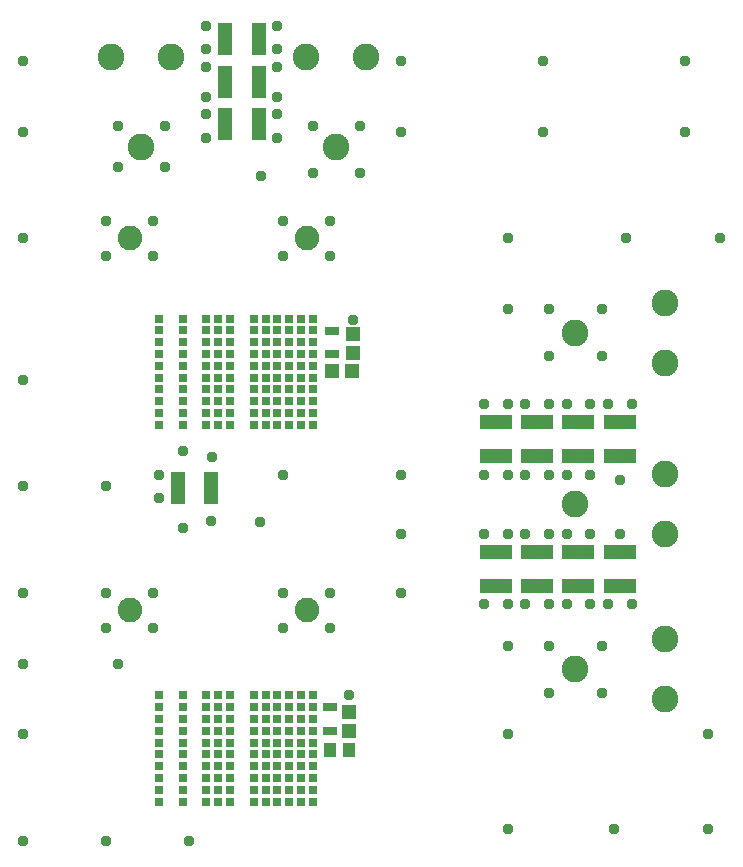
<source format=gbr>
G04 EAGLE Gerber RS-274X export*
G75*
%MOMM*%
%FSLAX34Y34*%
%LPD*%
%INSoldermask Top*%
%IPPOS*%
%AMOC8*
5,1,8,0,0,1.08239X$1,22.5*%
G01*
%ADD10R,1.143000X0.756400*%
%ADD11R,1.264400X2.692400*%
%ADD12C,2.260600*%
%ADD13C,2.082800*%
%ADD14R,2.692400X1.264400*%
%ADD15R,1.303200X1.203200*%
%ADD16R,1.223200X1.143200*%
%ADD17R,1.073200X1.183200*%
%ADD18R,0.753200X0.753200*%
%ADD19C,0.959600*%


D10*
X331000Y472249D03*
X331000Y491751D03*
D11*
X240804Y738800D03*
X269196Y738800D03*
X240804Y702600D03*
X269196Y702600D03*
X240804Y666400D03*
X269196Y666400D03*
X229196Y358800D03*
X200804Y358800D03*
D10*
X330000Y153249D03*
X330000Y172751D03*
D12*
X170000Y647000D03*
X144600Y723200D03*
X195400Y723200D03*
X335000Y647000D03*
X309600Y723200D03*
X360400Y723200D03*
X537000Y205000D03*
X613200Y230400D03*
X613200Y179600D03*
X537000Y490000D03*
X613200Y515400D03*
X613200Y464600D03*
X537000Y345000D03*
X613200Y370400D03*
X613200Y319600D03*
D13*
X160000Y570000D03*
X310000Y570000D03*
X160000Y255000D03*
X310000Y255000D03*
D14*
X470000Y275804D03*
X470000Y304196D03*
X505000Y275804D03*
X505000Y304196D03*
X540000Y275804D03*
X540000Y304196D03*
X575000Y275804D03*
X575000Y304196D03*
X470000Y414196D03*
X470000Y385804D03*
X505000Y414196D03*
X505000Y385804D03*
X540000Y414196D03*
X540000Y385804D03*
X575000Y414196D03*
X575000Y385804D03*
D15*
X331500Y458000D03*
X348500Y458000D03*
D16*
X349000Y473100D03*
X349000Y488900D03*
X346000Y153100D03*
X346000Y168900D03*
D17*
X330000Y137000D03*
X346000Y137000D03*
D18*
X315000Y173000D03*
X315000Y183000D03*
X315000Y163000D03*
X315000Y153000D03*
X315000Y143000D03*
X315000Y133000D03*
X315000Y123000D03*
X315000Y113000D03*
X315000Y103000D03*
X315000Y93000D03*
X305000Y93000D03*
X305000Y103000D03*
X305000Y113000D03*
X305000Y133000D03*
X305000Y123000D03*
X305000Y143000D03*
X305000Y153000D03*
X305000Y173000D03*
X305000Y163000D03*
X305000Y183000D03*
X295000Y183000D03*
X295000Y173000D03*
X295000Y163000D03*
X295000Y153000D03*
X295000Y143000D03*
X295000Y133000D03*
X295000Y123000D03*
X295000Y113000D03*
X295000Y103000D03*
X295000Y93000D03*
X285000Y93000D03*
X275000Y93000D03*
X275000Y103000D03*
X285000Y103000D03*
X285000Y113000D03*
X275000Y113000D03*
X275000Y123000D03*
X285000Y123000D03*
X285000Y133000D03*
X275000Y133000D03*
X275000Y143000D03*
X285000Y143000D03*
X285000Y153000D03*
X275000Y153000D03*
X275000Y163000D03*
X285000Y163000D03*
X285000Y173000D03*
X275000Y173000D03*
X275000Y183000D03*
X285000Y183000D03*
X265000Y183000D03*
X265000Y173000D03*
X265000Y163000D03*
X265000Y143000D03*
X265000Y153000D03*
X265000Y133000D03*
X265000Y123000D03*
X265000Y113000D03*
X265000Y103000D03*
X265000Y93000D03*
X245000Y183000D03*
X245000Y173000D03*
X245000Y163000D03*
X245000Y153000D03*
X245000Y143000D03*
X245000Y133000D03*
X245000Y123000D03*
X245000Y113000D03*
X245000Y103000D03*
X245000Y93000D03*
X235000Y183000D03*
X235000Y173000D03*
X235000Y163000D03*
X235000Y153000D03*
X235000Y143000D03*
X235000Y133000D03*
X235000Y123000D03*
X235000Y113000D03*
X235000Y103000D03*
X235000Y93000D03*
X225000Y93000D03*
X225000Y103000D03*
X225000Y113000D03*
X225000Y123000D03*
X225000Y133000D03*
X225000Y143000D03*
X225000Y153000D03*
X225000Y163000D03*
X225000Y173000D03*
X225000Y183000D03*
X205000Y183000D03*
X205000Y173000D03*
X205000Y153000D03*
X205000Y163000D03*
X205000Y143000D03*
X205000Y133000D03*
X205000Y123000D03*
X205000Y113000D03*
X205000Y103000D03*
X205000Y93000D03*
X185000Y93000D03*
X185000Y103000D03*
X185000Y113000D03*
X185000Y123000D03*
X185000Y133000D03*
X185000Y153000D03*
X185000Y143000D03*
X185000Y163000D03*
X185000Y173000D03*
X185000Y183000D03*
X315000Y492000D03*
X315000Y502000D03*
X315000Y482000D03*
X315000Y472000D03*
X315000Y462000D03*
X315000Y452000D03*
X315000Y442000D03*
X315000Y432000D03*
X315000Y422000D03*
X315000Y412000D03*
X305000Y412000D03*
X305000Y422000D03*
X305000Y432000D03*
X305000Y452000D03*
X305000Y442000D03*
X305000Y462000D03*
X305000Y472000D03*
X305000Y492000D03*
X305000Y482000D03*
X305000Y502000D03*
X295000Y502000D03*
X295000Y492000D03*
X295000Y482000D03*
X295000Y472000D03*
X295000Y462000D03*
X295000Y452000D03*
X295000Y442000D03*
X295000Y432000D03*
X295000Y422000D03*
X295000Y412000D03*
X285000Y412000D03*
X275000Y412000D03*
X275000Y422000D03*
X285000Y422000D03*
X285000Y432000D03*
X275000Y432000D03*
X275000Y442000D03*
X285000Y442000D03*
X285000Y452000D03*
X275000Y452000D03*
X275000Y462000D03*
X285000Y462000D03*
X285000Y472000D03*
X275000Y472000D03*
X275000Y482000D03*
X285000Y482000D03*
X285000Y492000D03*
X275000Y492000D03*
X275000Y502000D03*
X285000Y502000D03*
X265000Y502000D03*
X265000Y492000D03*
X265000Y482000D03*
X265000Y462000D03*
X265000Y472000D03*
X265000Y452000D03*
X265000Y442000D03*
X265000Y432000D03*
X265000Y422000D03*
X265000Y412000D03*
X245000Y502000D03*
X245000Y492000D03*
X245000Y482000D03*
X245000Y472000D03*
X245000Y462000D03*
X245000Y452000D03*
X245000Y442000D03*
X245000Y432000D03*
X245000Y422000D03*
X245000Y412000D03*
X235000Y502000D03*
X235000Y492000D03*
X235000Y482000D03*
X235000Y472000D03*
X235000Y462000D03*
X235000Y452000D03*
X235000Y442000D03*
X235000Y432000D03*
X235000Y422000D03*
X235000Y412000D03*
X225000Y412000D03*
X225000Y422000D03*
X225000Y432000D03*
X225000Y442000D03*
X225000Y452000D03*
X225000Y462000D03*
X225000Y472000D03*
X225000Y482000D03*
X225000Y492000D03*
X225000Y502000D03*
X205000Y502000D03*
X205000Y492000D03*
X205000Y472000D03*
X205000Y482000D03*
X205000Y462000D03*
X205000Y452000D03*
X205000Y442000D03*
X205000Y432000D03*
X205000Y422000D03*
X205000Y412000D03*
X185000Y412000D03*
X185000Y422000D03*
X185000Y432000D03*
X185000Y442000D03*
X185000Y452000D03*
X185000Y472000D03*
X185000Y462000D03*
X185000Y482000D03*
X185000Y492000D03*
X185000Y502000D03*
D19*
X70000Y660000D03*
X70000Y720000D03*
X190000Y665000D03*
X150000Y665000D03*
X190000Y630000D03*
X225000Y655000D03*
X225000Y675000D03*
X225000Y690000D03*
X225000Y715000D03*
X225000Y730000D03*
X225000Y750000D03*
X230000Y385000D03*
X229000Y331000D03*
X150000Y630000D03*
X285000Y750000D03*
X285000Y730000D03*
X285000Y715000D03*
X285000Y690000D03*
X285000Y675000D03*
X285000Y655000D03*
X271000Y623000D03*
X315000Y665000D03*
X315000Y625000D03*
X355000Y665000D03*
X355000Y625000D03*
X390000Y660000D03*
X390000Y720000D03*
X510000Y720000D03*
X510000Y660000D03*
X630000Y660000D03*
X630000Y720000D03*
X290000Y370000D03*
X270000Y330000D03*
X390000Y370000D03*
X390000Y320000D03*
X390000Y270000D03*
X210000Y60000D03*
X140000Y60000D03*
X70000Y60000D03*
X460000Y370000D03*
X480000Y370000D03*
X495000Y370000D03*
X515000Y370000D03*
X530000Y370000D03*
X550000Y370000D03*
X460000Y320000D03*
X480000Y320000D03*
X495000Y320000D03*
X515000Y320000D03*
X530000Y320000D03*
X550000Y320000D03*
X205000Y325000D03*
X185000Y350000D03*
X185000Y370000D03*
X205000Y390000D03*
X140000Y360000D03*
X70000Y360000D03*
X575000Y365000D03*
X575000Y320000D03*
X349000Y501000D03*
X290000Y585000D03*
X480000Y430000D03*
X460000Y430000D03*
X290000Y555000D03*
X480000Y570000D03*
X580000Y570000D03*
X660000Y570000D03*
X480000Y510000D03*
X515000Y510000D03*
X560000Y510000D03*
X515000Y470000D03*
X560000Y470000D03*
X495000Y430000D03*
X515000Y430000D03*
X530000Y430000D03*
X550000Y430000D03*
X565000Y430000D03*
X585000Y430000D03*
X330000Y585000D03*
X330000Y555000D03*
X70000Y570000D03*
X70000Y450000D03*
X140000Y585000D03*
X140000Y555000D03*
X180000Y585000D03*
X180000Y555000D03*
X346000Y183000D03*
X290000Y270000D03*
X290000Y240000D03*
X330000Y240000D03*
X330000Y270000D03*
X460000Y260000D03*
X480000Y260000D03*
X495000Y260000D03*
X515000Y260000D03*
X530000Y260000D03*
X550000Y260000D03*
X565000Y260000D03*
X585000Y260000D03*
X480000Y225000D03*
X515000Y225000D03*
X560000Y225000D03*
X515000Y185000D03*
X560000Y185000D03*
X480000Y150000D03*
X650000Y150000D03*
X570000Y70000D03*
X480000Y70000D03*
X650000Y70000D03*
X70000Y270000D03*
X150000Y210000D03*
X70000Y210000D03*
X70000Y150000D03*
X140000Y270000D03*
X140000Y240000D03*
X180000Y270000D03*
X180000Y240000D03*
M02*

</source>
